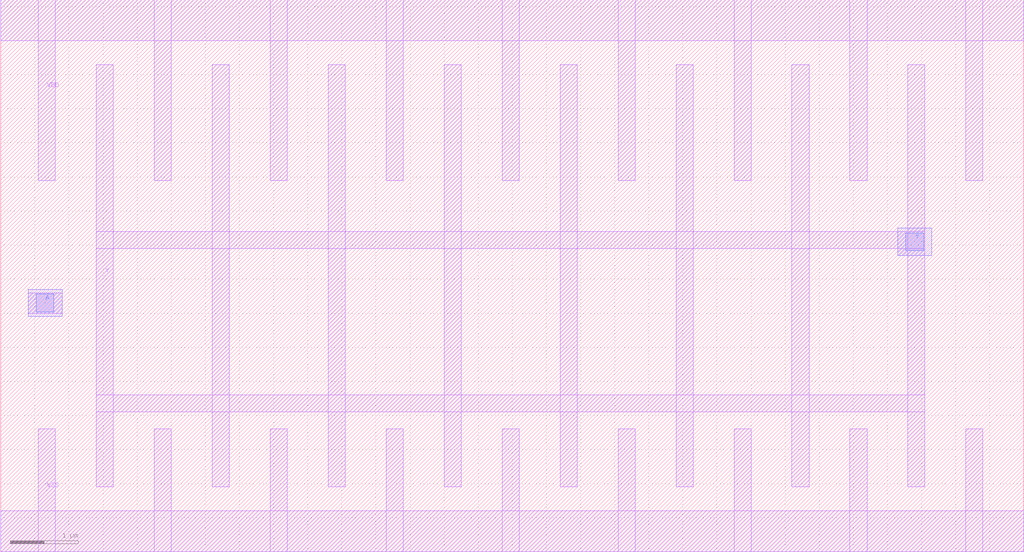
<source format=lef>
# Copyright 2022 Google LLC
# Licensed under the Apache License, Version 2.0 (the "License");
# you may not use this file except in compliance with the License.
# You may obtain a copy of the License at
#
#      http://www.apache.org/licenses/LICENSE-2.0
#
# Unless required by applicable law or agreed to in writing, software
# distributed under the License is distributed on an "AS IS" BASIS,
# WITHOUT WARRANTIES OR CONDITIONS OF ANY KIND, either express or implied.
# See the License for the specific language governing permissions and
# limitations under the License.
VERSION 5.7 ;
BUSBITCHARS "[]" ;
DIVIDERCHAR "/" ;

MACRO gf180mcu_osu_sc_gp12t3v3__clkinv_16
  CLASS CORE ;
  ORIGIN 0 0 ;
  FOREIGN gf180mcu_osu_sc_gp12t3v3__clkinv_16 0 0 ;
  SIZE 15 BY 8.1 ;
  SYMMETRY X Y ;
  SITE GF180_3p3_12t ;
  PIN VDD
    DIRECTION INOUT ;
    USE POWER ;
    SHAPE ABUTMENT ;
    PORT
      LAYER MET1 ;
        RECT 0 7.5 15 8.1 ;
        RECT 14.15 5.45 14.4 8.1 ;
        RECT 12.45 5.45 12.7 8.1 ;
        RECT 10.75 5.45 11 8.1 ;
        RECT 9.05 5.45 9.3 8.1 ;
        RECT 7.35 5.45 7.6 8.1 ;
        RECT 5.65 5.45 5.9 8.1 ;
        RECT 3.95 5.45 4.2 8.1 ;
        RECT 2.25 5.45 2.5 8.1 ;
        RECT 0.55 5.45 0.8 8.1 ;
    END
  END VDD
  PIN VSS
    DIRECTION INOUT ;
    USE GROUND ;
    PORT
      LAYER MET1 ;
        RECT 0 0 15 0.6 ;
        RECT 14.15 0 14.4 1.8 ;
        RECT 12.45 0 12.7 1.8 ;
        RECT 10.75 0 11 1.8 ;
        RECT 9.05 0 9.3 1.8 ;
        RECT 7.35 0 7.6 1.8 ;
        RECT 5.65 0 5.9 1.8 ;
        RECT 3.95 0 4.2 1.8 ;
        RECT 2.25 0 2.5 1.8 ;
        RECT 0.55 0 0.8 1.8 ;
    END
  END VSS
  PIN A
    DIRECTION INPUT ;
    USE SIGNAL ;
    PORT
      LAYER MET1 ;
        RECT 0.4 3.5 0.9 3.8 ;
      LAYER MET2 ;
        RECT 0.4 3.45 0.9 3.85 ;
      LAYER VIA12 ;
        RECT 0.52 3.52 0.78 3.78 ;
    END
  END A
  PIN Y
    DIRECTION OUTPUT ;
    USE SIGNAL ;
    PORT
      LAYER MET1 ;
        RECT 13.3 0.95 13.55 7.15 ;
        RECT 1.4 4.45 13.55 4.7 ;
        RECT 13.15 4.35 13.55 4.7 ;
        RECT 1.4 2.05 13.55 2.3 ;
        RECT 11.6 0.95 11.85 7.15 ;
        RECT 9.9 0.95 10.15 7.15 ;
        RECT 8.2 0.95 8.45 7.15 ;
        RECT 6.5 0.95 6.75 7.15 ;
        RECT 4.8 0.95 5.05 7.15 ;
        RECT 3.1 0.95 3.35 7.15 ;
        RECT 1.4 0.95 1.65 7.15 ;
      LAYER MET2 ;
        RECT 13.15 4.35 13.65 4.75 ;
      LAYER VIA12 ;
        RECT 13.27 4.42 13.53 4.68 ;
    END
  END Y
END gf180mcu_osu_sc_gp12t3v3__clkinv_16

</source>
